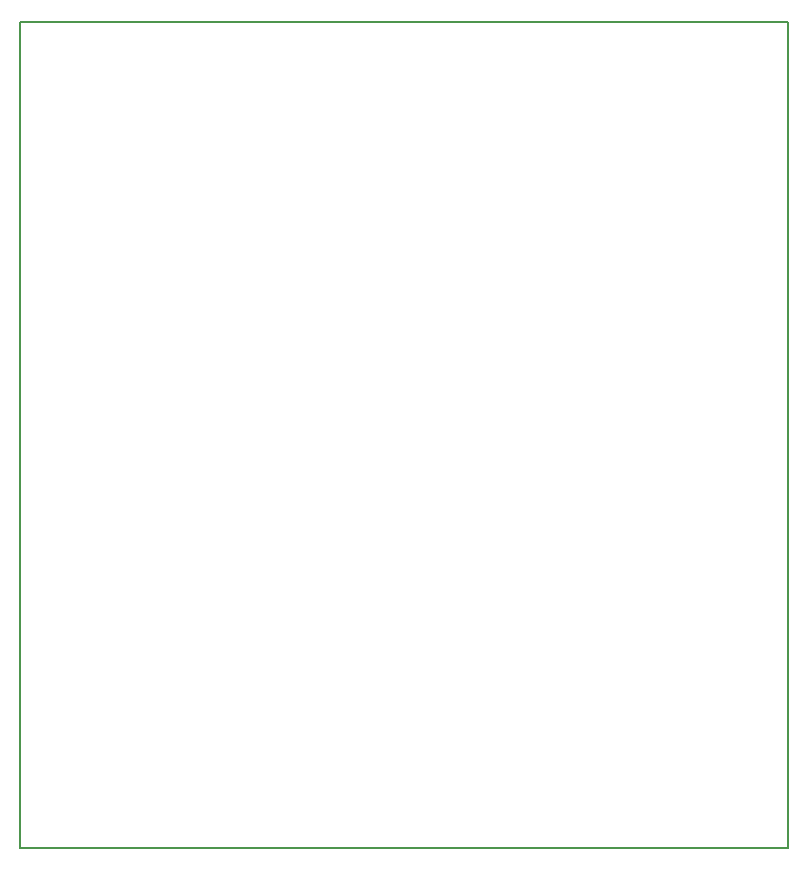
<source format=gbr>
%TF.GenerationSoftware,KiCad,Pcbnew,5.1.9*%
%TF.CreationDate,2021-03-21T20:26:03+00:00*%
%TF.ProjectId,OpenWindow_PCB,4f70656e-5769-46e6-946f-775f5043422e,rev?*%
%TF.SameCoordinates,Original*%
%TF.FileFunction,Profile,NP*%
%FSLAX46Y46*%
G04 Gerber Fmt 4.6, Leading zero omitted, Abs format (unit mm)*
G04 Created by KiCad (PCBNEW 5.1.9) date 2021-03-21 20:26:03*
%MOMM*%
%LPD*%
G01*
G04 APERTURE LIST*
%TA.AperFunction,Profile*%
%ADD10C,0.150000*%
%TD*%
G04 APERTURE END LIST*
D10*
X115000000Y-30000000D02*
X115000000Y-100000000D01*
X50000000Y-30000000D02*
X115000000Y-30000000D01*
X50000000Y-100000000D02*
X115000000Y-100000000D01*
X50000000Y-30000000D02*
X50000000Y-100000000D01*
M02*

</source>
